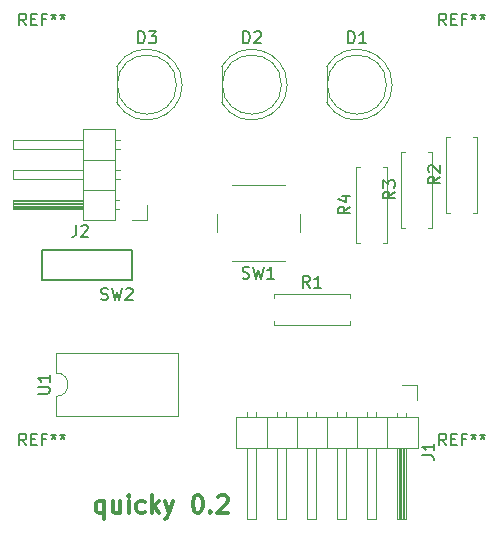
<source format=gbr>
G04 #@! TF.FileFunction,Legend,Top*
%FSLAX46Y46*%
G04 Gerber Fmt 4.6, Leading zero omitted, Abs format (unit mm)*
G04 Created by KiCad (PCBNEW 4.0.7-e2-6376~61~ubuntu18.04.1) date Mon Jul  2 18:50:52 2018*
%MOMM*%
%LPD*%
G01*
G04 APERTURE LIST*
%ADD10C,0.100000*%
%ADD11C,0.300000*%
%ADD12C,0.120000*%
%ADD13C,0.150000*%
G04 APERTURE END LIST*
D10*
D11*
X143697143Y-130488571D02*
X143697143Y-131988571D01*
X143697143Y-131417143D02*
X143554286Y-131488571D01*
X143268572Y-131488571D01*
X143125714Y-131417143D01*
X143054286Y-131345714D01*
X142982857Y-131202857D01*
X142982857Y-130774286D01*
X143054286Y-130631429D01*
X143125714Y-130560000D01*
X143268572Y-130488571D01*
X143554286Y-130488571D01*
X143697143Y-130560000D01*
X145054286Y-130488571D02*
X145054286Y-131488571D01*
X144411429Y-130488571D02*
X144411429Y-131274286D01*
X144482857Y-131417143D01*
X144625715Y-131488571D01*
X144840000Y-131488571D01*
X144982857Y-131417143D01*
X145054286Y-131345714D01*
X145768572Y-131488571D02*
X145768572Y-130488571D01*
X145768572Y-129988571D02*
X145697143Y-130060000D01*
X145768572Y-130131429D01*
X145840000Y-130060000D01*
X145768572Y-129988571D01*
X145768572Y-130131429D01*
X147125715Y-131417143D02*
X146982858Y-131488571D01*
X146697144Y-131488571D01*
X146554286Y-131417143D01*
X146482858Y-131345714D01*
X146411429Y-131202857D01*
X146411429Y-130774286D01*
X146482858Y-130631429D01*
X146554286Y-130560000D01*
X146697144Y-130488571D01*
X146982858Y-130488571D01*
X147125715Y-130560000D01*
X147768572Y-131488571D02*
X147768572Y-129988571D01*
X147911429Y-130917143D02*
X148340000Y-131488571D01*
X148340000Y-130488571D02*
X147768572Y-131060000D01*
X148840001Y-130488571D02*
X149197144Y-131488571D01*
X149554286Y-130488571D02*
X149197144Y-131488571D01*
X149054286Y-131845714D01*
X148982858Y-131917143D01*
X148840001Y-131988571D01*
X151554286Y-129988571D02*
X151697143Y-129988571D01*
X151840000Y-130060000D01*
X151911429Y-130131429D01*
X151982858Y-130274286D01*
X152054286Y-130560000D01*
X152054286Y-130917143D01*
X151982858Y-131202857D01*
X151911429Y-131345714D01*
X151840000Y-131417143D01*
X151697143Y-131488571D01*
X151554286Y-131488571D01*
X151411429Y-131417143D01*
X151340000Y-131345714D01*
X151268572Y-131202857D01*
X151197143Y-130917143D01*
X151197143Y-130560000D01*
X151268572Y-130274286D01*
X151340000Y-130131429D01*
X151411429Y-130060000D01*
X151554286Y-129988571D01*
X152697143Y-131345714D02*
X152768571Y-131417143D01*
X152697143Y-131488571D01*
X152625714Y-131417143D01*
X152697143Y-131345714D01*
X152697143Y-131488571D01*
X153340000Y-130131429D02*
X153411429Y-130060000D01*
X153554286Y-129988571D01*
X153911429Y-129988571D01*
X154054286Y-130060000D01*
X154125715Y-130131429D01*
X154197143Y-130274286D01*
X154197143Y-130417143D01*
X154125715Y-130631429D01*
X153268572Y-131488571D01*
X154197143Y-131488571D01*
D12*
X139640000Y-119650000D02*
G75*
G02X139640000Y-121650000I0J-1000000D01*
G01*
X139640000Y-121650000D02*
X139640000Y-123300000D01*
X139640000Y-123300000D02*
X149920000Y-123300000D01*
X149920000Y-123300000D02*
X149920000Y-118000000D01*
X149920000Y-118000000D02*
X139640000Y-118000000D01*
X139640000Y-118000000D02*
X139640000Y-119650000D01*
X168090000Y-95250462D02*
G75*
G03X162540000Y-93705170I-2990000J462D01*
G01*
X168090000Y-95249538D02*
G75*
G02X162540000Y-96794830I-2990000J-462D01*
G01*
X167600000Y-95250000D02*
G75*
G03X167600000Y-95250000I-2500000J0D01*
G01*
X162540000Y-93705000D02*
X162540000Y-96795000D01*
X159200000Y-95250462D02*
G75*
G03X153650000Y-93705170I-2990000J462D01*
G01*
X159200000Y-95249538D02*
G75*
G02X153650000Y-96794830I-2990000J-462D01*
G01*
X158710000Y-95250000D02*
G75*
G03X158710000Y-95250000I-2500000J0D01*
G01*
X153650000Y-93705000D02*
X153650000Y-96795000D01*
X150310000Y-95250462D02*
G75*
G03X144760000Y-93705170I-2990000J462D01*
G01*
X150310000Y-95249538D02*
G75*
G02X144760000Y-96794830I-2990000J-462D01*
G01*
X149820000Y-95250000D02*
G75*
G03X149820000Y-95250000I-2500000J0D01*
G01*
X144760000Y-93705000D02*
X144760000Y-96795000D01*
X170240000Y-123360000D02*
X154880000Y-123360000D01*
X154880000Y-123360000D02*
X154880000Y-126020000D01*
X154880000Y-126020000D02*
X170240000Y-126020000D01*
X170240000Y-126020000D02*
X170240000Y-123360000D01*
X169290000Y-126020000D02*
X169290000Y-132020000D01*
X169290000Y-132020000D02*
X168530000Y-132020000D01*
X168530000Y-132020000D02*
X168530000Y-126020000D01*
X169230000Y-126020000D02*
X169230000Y-132020000D01*
X169110000Y-126020000D02*
X169110000Y-132020000D01*
X168990000Y-126020000D02*
X168990000Y-132020000D01*
X168870000Y-126020000D02*
X168870000Y-132020000D01*
X168750000Y-126020000D02*
X168750000Y-132020000D01*
X168630000Y-126020000D02*
X168630000Y-132020000D01*
X169290000Y-123030000D02*
X169290000Y-123360000D01*
X168530000Y-123030000D02*
X168530000Y-123360000D01*
X167640000Y-123360000D02*
X167640000Y-126020000D01*
X166750000Y-126020000D02*
X166750000Y-132020000D01*
X166750000Y-132020000D02*
X165990000Y-132020000D01*
X165990000Y-132020000D02*
X165990000Y-126020000D01*
X166750000Y-122962929D02*
X166750000Y-123360000D01*
X165990000Y-122962929D02*
X165990000Y-123360000D01*
X165100000Y-123360000D02*
X165100000Y-126020000D01*
X164210000Y-126020000D02*
X164210000Y-132020000D01*
X164210000Y-132020000D02*
X163450000Y-132020000D01*
X163450000Y-132020000D02*
X163450000Y-126020000D01*
X164210000Y-122962929D02*
X164210000Y-123360000D01*
X163450000Y-122962929D02*
X163450000Y-123360000D01*
X162560000Y-123360000D02*
X162560000Y-126020000D01*
X161670000Y-126020000D02*
X161670000Y-132020000D01*
X161670000Y-132020000D02*
X160910000Y-132020000D01*
X160910000Y-132020000D02*
X160910000Y-126020000D01*
X161670000Y-122962929D02*
X161670000Y-123360000D01*
X160910000Y-122962929D02*
X160910000Y-123360000D01*
X160020000Y-123360000D02*
X160020000Y-126020000D01*
X159130000Y-126020000D02*
X159130000Y-132020000D01*
X159130000Y-132020000D02*
X158370000Y-132020000D01*
X158370000Y-132020000D02*
X158370000Y-126020000D01*
X159130000Y-122962929D02*
X159130000Y-123360000D01*
X158370000Y-122962929D02*
X158370000Y-123360000D01*
X157480000Y-123360000D02*
X157480000Y-126020000D01*
X156590000Y-126020000D02*
X156590000Y-132020000D01*
X156590000Y-132020000D02*
X155830000Y-132020000D01*
X155830000Y-132020000D02*
X155830000Y-126020000D01*
X156590000Y-122962929D02*
X156590000Y-123360000D01*
X155830000Y-122962929D02*
X155830000Y-123360000D01*
X168910000Y-120650000D02*
X170180000Y-120650000D01*
X170180000Y-120650000D02*
X170180000Y-121920000D01*
X158080000Y-113320000D02*
X158080000Y-112990000D01*
X158080000Y-112990000D02*
X164500000Y-112990000D01*
X164500000Y-112990000D02*
X164500000Y-113320000D01*
X158080000Y-115280000D02*
X158080000Y-115610000D01*
X158080000Y-115610000D02*
X164500000Y-115610000D01*
X164500000Y-115610000D02*
X164500000Y-115280000D01*
X173010000Y-106080000D02*
X172680000Y-106080000D01*
X172680000Y-106080000D02*
X172680000Y-99660000D01*
X172680000Y-99660000D02*
X173010000Y-99660000D01*
X174970000Y-106080000D02*
X175300000Y-106080000D01*
X175300000Y-106080000D02*
X175300000Y-99660000D01*
X175300000Y-99660000D02*
X174970000Y-99660000D01*
X169200000Y-107350000D02*
X168870000Y-107350000D01*
X168870000Y-107350000D02*
X168870000Y-100930000D01*
X168870000Y-100930000D02*
X169200000Y-100930000D01*
X171160000Y-107350000D02*
X171490000Y-107350000D01*
X171490000Y-107350000D02*
X171490000Y-100930000D01*
X171490000Y-100930000D02*
X171160000Y-100930000D01*
X165390000Y-108620000D02*
X165060000Y-108620000D01*
X165060000Y-108620000D02*
X165060000Y-102200000D01*
X165060000Y-102200000D02*
X165390000Y-102200000D01*
X167350000Y-108620000D02*
X167680000Y-108620000D01*
X167680000Y-108620000D02*
X167680000Y-102200000D01*
X167680000Y-102200000D02*
X167350000Y-102200000D01*
X159020000Y-103720000D02*
X154520000Y-103720000D01*
X160270000Y-107720000D02*
X160270000Y-106220000D01*
X154520000Y-110220000D02*
X159020000Y-110220000D01*
X153270000Y-106220000D02*
X153270000Y-107720000D01*
D13*
X146050000Y-111760000D02*
X138430000Y-111760000D01*
X138430000Y-111760000D02*
X138430000Y-109220000D01*
X138430000Y-109220000D02*
X146050000Y-109220000D01*
X146050000Y-109220000D02*
X146050000Y-111760000D01*
D12*
X144610000Y-106740000D02*
X144610000Y-99000000D01*
X144610000Y-99000000D02*
X141950000Y-99000000D01*
X141950000Y-99000000D02*
X141950000Y-106740000D01*
X141950000Y-106740000D02*
X144610000Y-106740000D01*
X141950000Y-105790000D02*
X135950000Y-105790000D01*
X135950000Y-105790000D02*
X135950000Y-105030000D01*
X135950000Y-105030000D02*
X141950000Y-105030000D01*
X141950000Y-105730000D02*
X135950000Y-105730000D01*
X141950000Y-105610000D02*
X135950000Y-105610000D01*
X141950000Y-105490000D02*
X135950000Y-105490000D01*
X141950000Y-105370000D02*
X135950000Y-105370000D01*
X141950000Y-105250000D02*
X135950000Y-105250000D01*
X141950000Y-105130000D02*
X135950000Y-105130000D01*
X144940000Y-105790000D02*
X144610000Y-105790000D01*
X144940000Y-105030000D02*
X144610000Y-105030000D01*
X144610000Y-104140000D02*
X141950000Y-104140000D01*
X141950000Y-103250000D02*
X135950000Y-103250000D01*
X135950000Y-103250000D02*
X135950000Y-102490000D01*
X135950000Y-102490000D02*
X141950000Y-102490000D01*
X145007071Y-103250000D02*
X144610000Y-103250000D01*
X145007071Y-102490000D02*
X144610000Y-102490000D01*
X144610000Y-101600000D02*
X141950000Y-101600000D01*
X141950000Y-100710000D02*
X135950000Y-100710000D01*
X135950000Y-100710000D02*
X135950000Y-99950000D01*
X135950000Y-99950000D02*
X141950000Y-99950000D01*
X145007071Y-100710000D02*
X144610000Y-100710000D01*
X145007071Y-99950000D02*
X144610000Y-99950000D01*
X147320000Y-105410000D02*
X147320000Y-106680000D01*
X147320000Y-106680000D02*
X146050000Y-106680000D01*
D13*
X138092381Y-121411905D02*
X138901905Y-121411905D01*
X138997143Y-121364286D01*
X139044762Y-121316667D01*
X139092381Y-121221429D01*
X139092381Y-121030952D01*
X139044762Y-120935714D01*
X138997143Y-120888095D01*
X138901905Y-120840476D01*
X138092381Y-120840476D01*
X139092381Y-119840476D02*
X139092381Y-120411905D01*
X139092381Y-120126191D02*
X138092381Y-120126191D01*
X138235238Y-120221429D01*
X138330476Y-120316667D01*
X138378095Y-120411905D01*
X164361905Y-91742381D02*
X164361905Y-90742381D01*
X164600000Y-90742381D01*
X164742858Y-90790000D01*
X164838096Y-90885238D01*
X164885715Y-90980476D01*
X164933334Y-91170952D01*
X164933334Y-91313810D01*
X164885715Y-91504286D01*
X164838096Y-91599524D01*
X164742858Y-91694762D01*
X164600000Y-91742381D01*
X164361905Y-91742381D01*
X165885715Y-91742381D02*
X165314286Y-91742381D01*
X165600000Y-91742381D02*
X165600000Y-90742381D01*
X165504762Y-90885238D01*
X165409524Y-90980476D01*
X165314286Y-91028095D01*
X155471905Y-91742381D02*
X155471905Y-90742381D01*
X155710000Y-90742381D01*
X155852858Y-90790000D01*
X155948096Y-90885238D01*
X155995715Y-90980476D01*
X156043334Y-91170952D01*
X156043334Y-91313810D01*
X155995715Y-91504286D01*
X155948096Y-91599524D01*
X155852858Y-91694762D01*
X155710000Y-91742381D01*
X155471905Y-91742381D01*
X156424286Y-90837619D02*
X156471905Y-90790000D01*
X156567143Y-90742381D01*
X156805239Y-90742381D01*
X156900477Y-90790000D01*
X156948096Y-90837619D01*
X156995715Y-90932857D01*
X156995715Y-91028095D01*
X156948096Y-91170952D01*
X156376667Y-91742381D01*
X156995715Y-91742381D01*
X146581905Y-91742381D02*
X146581905Y-90742381D01*
X146820000Y-90742381D01*
X146962858Y-90790000D01*
X147058096Y-90885238D01*
X147105715Y-90980476D01*
X147153334Y-91170952D01*
X147153334Y-91313810D01*
X147105715Y-91504286D01*
X147058096Y-91599524D01*
X146962858Y-91694762D01*
X146820000Y-91742381D01*
X146581905Y-91742381D01*
X147486667Y-90742381D02*
X148105715Y-90742381D01*
X147772381Y-91123333D01*
X147915239Y-91123333D01*
X148010477Y-91170952D01*
X148058096Y-91218571D01*
X148105715Y-91313810D01*
X148105715Y-91551905D01*
X148058096Y-91647143D01*
X148010477Y-91694762D01*
X147915239Y-91742381D01*
X147629524Y-91742381D01*
X147534286Y-91694762D01*
X147486667Y-91647143D01*
X170632381Y-126638333D02*
X171346667Y-126638333D01*
X171489524Y-126685953D01*
X171584762Y-126781191D01*
X171632381Y-126924048D01*
X171632381Y-127019286D01*
X171632381Y-125638333D02*
X171632381Y-126209762D01*
X171632381Y-125924048D02*
X170632381Y-125924048D01*
X170775238Y-126019286D01*
X170870476Y-126114524D01*
X170918095Y-126209762D01*
X161123334Y-112442381D02*
X160790000Y-111966190D01*
X160551905Y-112442381D02*
X160551905Y-111442381D01*
X160932858Y-111442381D01*
X161028096Y-111490000D01*
X161075715Y-111537619D01*
X161123334Y-111632857D01*
X161123334Y-111775714D01*
X161075715Y-111870952D01*
X161028096Y-111918571D01*
X160932858Y-111966190D01*
X160551905Y-111966190D01*
X162075715Y-112442381D02*
X161504286Y-112442381D01*
X161790000Y-112442381D02*
X161790000Y-111442381D01*
X161694762Y-111585238D01*
X161599524Y-111680476D01*
X161504286Y-111728095D01*
X172132381Y-103036666D02*
X171656190Y-103370000D01*
X172132381Y-103608095D02*
X171132381Y-103608095D01*
X171132381Y-103227142D01*
X171180000Y-103131904D01*
X171227619Y-103084285D01*
X171322857Y-103036666D01*
X171465714Y-103036666D01*
X171560952Y-103084285D01*
X171608571Y-103131904D01*
X171656190Y-103227142D01*
X171656190Y-103608095D01*
X171227619Y-102655714D02*
X171180000Y-102608095D01*
X171132381Y-102512857D01*
X171132381Y-102274761D01*
X171180000Y-102179523D01*
X171227619Y-102131904D01*
X171322857Y-102084285D01*
X171418095Y-102084285D01*
X171560952Y-102131904D01*
X172132381Y-102703333D01*
X172132381Y-102084285D01*
X168322381Y-104306666D02*
X167846190Y-104640000D01*
X168322381Y-104878095D02*
X167322381Y-104878095D01*
X167322381Y-104497142D01*
X167370000Y-104401904D01*
X167417619Y-104354285D01*
X167512857Y-104306666D01*
X167655714Y-104306666D01*
X167750952Y-104354285D01*
X167798571Y-104401904D01*
X167846190Y-104497142D01*
X167846190Y-104878095D01*
X167322381Y-103973333D02*
X167322381Y-103354285D01*
X167703333Y-103687619D01*
X167703333Y-103544761D01*
X167750952Y-103449523D01*
X167798571Y-103401904D01*
X167893810Y-103354285D01*
X168131905Y-103354285D01*
X168227143Y-103401904D01*
X168274762Y-103449523D01*
X168322381Y-103544761D01*
X168322381Y-103830476D01*
X168274762Y-103925714D01*
X168227143Y-103973333D01*
X164512381Y-105576666D02*
X164036190Y-105910000D01*
X164512381Y-106148095D02*
X163512381Y-106148095D01*
X163512381Y-105767142D01*
X163560000Y-105671904D01*
X163607619Y-105624285D01*
X163702857Y-105576666D01*
X163845714Y-105576666D01*
X163940952Y-105624285D01*
X163988571Y-105671904D01*
X164036190Y-105767142D01*
X164036190Y-106148095D01*
X163845714Y-104719523D02*
X164512381Y-104719523D01*
X163464762Y-104957619D02*
X164179048Y-105195714D01*
X164179048Y-104576666D01*
X155436667Y-111624762D02*
X155579524Y-111672381D01*
X155817620Y-111672381D01*
X155912858Y-111624762D01*
X155960477Y-111577143D01*
X156008096Y-111481905D01*
X156008096Y-111386667D01*
X155960477Y-111291429D01*
X155912858Y-111243810D01*
X155817620Y-111196190D01*
X155627143Y-111148571D01*
X155531905Y-111100952D01*
X155484286Y-111053333D01*
X155436667Y-110958095D01*
X155436667Y-110862857D01*
X155484286Y-110767619D01*
X155531905Y-110720000D01*
X155627143Y-110672381D01*
X155865239Y-110672381D01*
X156008096Y-110720000D01*
X156341429Y-110672381D02*
X156579524Y-111672381D01*
X156770001Y-110958095D01*
X156960477Y-111672381D01*
X157198572Y-110672381D01*
X158103334Y-111672381D02*
X157531905Y-111672381D01*
X157817619Y-111672381D02*
X157817619Y-110672381D01*
X157722381Y-110815238D01*
X157627143Y-110910476D01*
X157531905Y-110958095D01*
X143446667Y-113434762D02*
X143589524Y-113482381D01*
X143827620Y-113482381D01*
X143922858Y-113434762D01*
X143970477Y-113387143D01*
X144018096Y-113291905D01*
X144018096Y-113196667D01*
X143970477Y-113101429D01*
X143922858Y-113053810D01*
X143827620Y-113006190D01*
X143637143Y-112958571D01*
X143541905Y-112910952D01*
X143494286Y-112863333D01*
X143446667Y-112768095D01*
X143446667Y-112672857D01*
X143494286Y-112577619D01*
X143541905Y-112530000D01*
X143637143Y-112482381D01*
X143875239Y-112482381D01*
X144018096Y-112530000D01*
X144351429Y-112482381D02*
X144589524Y-113482381D01*
X144780001Y-112768095D01*
X144970477Y-113482381D01*
X145208572Y-112482381D01*
X145541905Y-112577619D02*
X145589524Y-112530000D01*
X145684762Y-112482381D01*
X145922858Y-112482381D01*
X146018096Y-112530000D01*
X146065715Y-112577619D01*
X146113334Y-112672857D01*
X146113334Y-112768095D01*
X146065715Y-112910952D01*
X145494286Y-113482381D01*
X146113334Y-113482381D01*
X137096667Y-90232381D02*
X136763333Y-89756190D01*
X136525238Y-90232381D02*
X136525238Y-89232381D01*
X136906191Y-89232381D01*
X137001429Y-89280000D01*
X137049048Y-89327619D01*
X137096667Y-89422857D01*
X137096667Y-89565714D01*
X137049048Y-89660952D01*
X137001429Y-89708571D01*
X136906191Y-89756190D01*
X136525238Y-89756190D01*
X137525238Y-89708571D02*
X137858572Y-89708571D01*
X138001429Y-90232381D02*
X137525238Y-90232381D01*
X137525238Y-89232381D01*
X138001429Y-89232381D01*
X138763334Y-89708571D02*
X138430000Y-89708571D01*
X138430000Y-90232381D02*
X138430000Y-89232381D01*
X138906191Y-89232381D01*
X139430000Y-89232381D02*
X139430000Y-89470476D01*
X139191905Y-89375238D02*
X139430000Y-89470476D01*
X139668096Y-89375238D01*
X139287143Y-89660952D02*
X139430000Y-89470476D01*
X139572858Y-89660952D01*
X140191905Y-89232381D02*
X140191905Y-89470476D01*
X139953810Y-89375238D02*
X140191905Y-89470476D01*
X140430001Y-89375238D01*
X140049048Y-89660952D02*
X140191905Y-89470476D01*
X140334763Y-89660952D01*
X172656667Y-90232381D02*
X172323333Y-89756190D01*
X172085238Y-90232381D02*
X172085238Y-89232381D01*
X172466191Y-89232381D01*
X172561429Y-89280000D01*
X172609048Y-89327619D01*
X172656667Y-89422857D01*
X172656667Y-89565714D01*
X172609048Y-89660952D01*
X172561429Y-89708571D01*
X172466191Y-89756190D01*
X172085238Y-89756190D01*
X173085238Y-89708571D02*
X173418572Y-89708571D01*
X173561429Y-90232381D02*
X173085238Y-90232381D01*
X173085238Y-89232381D01*
X173561429Y-89232381D01*
X174323334Y-89708571D02*
X173990000Y-89708571D01*
X173990000Y-90232381D02*
X173990000Y-89232381D01*
X174466191Y-89232381D01*
X174990000Y-89232381D02*
X174990000Y-89470476D01*
X174751905Y-89375238D02*
X174990000Y-89470476D01*
X175228096Y-89375238D01*
X174847143Y-89660952D02*
X174990000Y-89470476D01*
X175132858Y-89660952D01*
X175751905Y-89232381D02*
X175751905Y-89470476D01*
X175513810Y-89375238D02*
X175751905Y-89470476D01*
X175990001Y-89375238D01*
X175609048Y-89660952D02*
X175751905Y-89470476D01*
X175894763Y-89660952D01*
X172656667Y-125792381D02*
X172323333Y-125316190D01*
X172085238Y-125792381D02*
X172085238Y-124792381D01*
X172466191Y-124792381D01*
X172561429Y-124840000D01*
X172609048Y-124887619D01*
X172656667Y-124982857D01*
X172656667Y-125125714D01*
X172609048Y-125220952D01*
X172561429Y-125268571D01*
X172466191Y-125316190D01*
X172085238Y-125316190D01*
X173085238Y-125268571D02*
X173418572Y-125268571D01*
X173561429Y-125792381D02*
X173085238Y-125792381D01*
X173085238Y-124792381D01*
X173561429Y-124792381D01*
X174323334Y-125268571D02*
X173990000Y-125268571D01*
X173990000Y-125792381D02*
X173990000Y-124792381D01*
X174466191Y-124792381D01*
X174990000Y-124792381D02*
X174990000Y-125030476D01*
X174751905Y-124935238D02*
X174990000Y-125030476D01*
X175228096Y-124935238D01*
X174847143Y-125220952D02*
X174990000Y-125030476D01*
X175132858Y-125220952D01*
X175751905Y-124792381D02*
X175751905Y-125030476D01*
X175513810Y-124935238D02*
X175751905Y-125030476D01*
X175990001Y-124935238D01*
X175609048Y-125220952D02*
X175751905Y-125030476D01*
X175894763Y-125220952D01*
X137096667Y-125792381D02*
X136763333Y-125316190D01*
X136525238Y-125792381D02*
X136525238Y-124792381D01*
X136906191Y-124792381D01*
X137001429Y-124840000D01*
X137049048Y-124887619D01*
X137096667Y-124982857D01*
X137096667Y-125125714D01*
X137049048Y-125220952D01*
X137001429Y-125268571D01*
X136906191Y-125316190D01*
X136525238Y-125316190D01*
X137525238Y-125268571D02*
X137858572Y-125268571D01*
X138001429Y-125792381D02*
X137525238Y-125792381D01*
X137525238Y-124792381D01*
X138001429Y-124792381D01*
X138763334Y-125268571D02*
X138430000Y-125268571D01*
X138430000Y-125792381D02*
X138430000Y-124792381D01*
X138906191Y-124792381D01*
X139430000Y-124792381D02*
X139430000Y-125030476D01*
X139191905Y-124935238D02*
X139430000Y-125030476D01*
X139668096Y-124935238D01*
X139287143Y-125220952D02*
X139430000Y-125030476D01*
X139572858Y-125220952D01*
X140191905Y-124792381D02*
X140191905Y-125030476D01*
X139953810Y-124935238D02*
X140191905Y-125030476D01*
X140430001Y-124935238D01*
X140049048Y-125220952D02*
X140191905Y-125030476D01*
X140334763Y-125220952D01*
X141331667Y-107132381D02*
X141331667Y-107846667D01*
X141284047Y-107989524D01*
X141188809Y-108084762D01*
X141045952Y-108132381D01*
X140950714Y-108132381D01*
X141760238Y-107227619D02*
X141807857Y-107180000D01*
X141903095Y-107132381D01*
X142141191Y-107132381D01*
X142236429Y-107180000D01*
X142284048Y-107227619D01*
X142331667Y-107322857D01*
X142331667Y-107418095D01*
X142284048Y-107560952D01*
X141712619Y-108132381D01*
X142331667Y-108132381D01*
M02*

</source>
